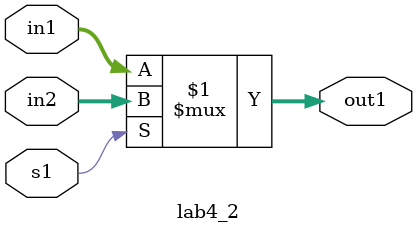
<source format=v>
`timescale 1ns / 1ps

module lab4_2(in1,in2,s1,out1);

input [7:0] in1,in2;
input s1;
output[7:0] out1;

assign out1 = (s1) ? in2:in1; 
endmodule

</source>
